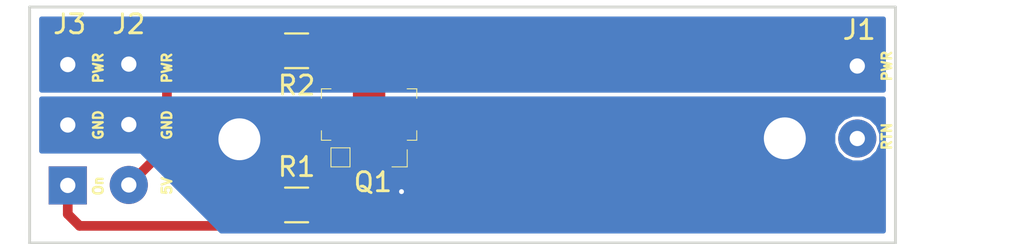
<source format=kicad_pcb>
(kicad_pcb (version 20171130) (host pcbnew "(5.0.2)-1")

  (general
    (thickness 0.8)
    (drawings 12)
    (tracks 18)
    (zones 0)
    (modules 8)
    (nets 8)
  )

  (page A4)
  (title_block
    (title "Wire Cutters")
    (date 2019-12-04)
    (rev 3)
    (company "USU Get Away Special Team")
    (comment 1 "Layout Designer: Nik Clark")
  )

  (layers
    (0 F.Cu signal)
    (31 B.Cu power)
    (33 F.Adhes user)
    (35 F.Paste user)
    (36 B.SilkS user)
    (37 F.SilkS user)
    (39 F.Mask user)
    (40 Dwgs.User user)
    (41 Cmts.User user)
    (42 Eco1.User user)
    (43 Eco2.User user)
    (44 Edge.Cuts user)
    (45 Margin user)
    (46 B.CrtYd user)
    (47 F.CrtYd user)
    (49 F.Fab user)
  )

  (setup
    (last_trace_width 0.1524)
    (user_trace_width 0.1524)
    (user_trace_width 0.254)
    (user_trace_width 0.381)
    (user_trace_width 0.508)
    (user_trace_width 0.8128)
    (user_trace_width 1.27)
    (trace_clearance 0.1524)
    (zone_clearance 0.1524)
    (zone_45_only yes)
    (trace_min 0.1524)
    (segment_width 0.2)
    (edge_width 0.15)
    (via_size 0.6858)
    (via_drill 0.3302)
    (via_min_size 0.508)
    (via_min_drill 0.254)
    (user_via 1.905 0.254)
    (user_via 2.54 0.508)
    (uvia_size 0.6858)
    (uvia_drill 0.3302)
    (uvias_allowed no)
    (uvia_min_size 0.2)
    (uvia_min_drill 0.1)
    (pcb_text_width 0.3)
    (pcb_text_size 1.5 1.5)
    (mod_edge_width 0.15)
    (mod_text_size 1 1)
    (mod_text_width 0.15)
    (pad_size 3 3)
    (pad_drill 2.2)
    (pad_to_mask_clearance 0.051)
    (solder_mask_min_width 0.25)
    (aux_axis_origin 0 0)
    (visible_elements 7FFFF7FF)
    (pcbplotparams
      (layerselection 0x010fc_ffffffff)
      (usegerberextensions false)
      (usegerberattributes false)
      (usegerberadvancedattributes false)
      (creategerberjobfile false)
      (excludeedgelayer true)
      (linewidth 0.100000)
      (plotframeref false)
      (viasonmask false)
      (mode 1)
      (useauxorigin false)
      (hpglpennumber 1)
      (hpglpenspeed 20)
      (hpglpendiameter 15.000000)
      (psnegative false)
      (psa4output false)
      (plotreference true)
      (plotvalue true)
      (plotinvisibletext false)
      (padsonsilk false)
      (subtractmaskfromsilk false)
      (outputformat 1)
      (mirror false)
      (drillshape 1)
      (scaleselection 1)
      (outputdirectory ""))
  )

  (net 0 "")
  (net 1 GND)
  (net 2 "Net-(Q1-Pad1)")
  (net 3 "Net-(Q1-Pad2)")
  (net 4 WC_on)
  (net 5 Batt_Raw)
  (net 6 "Net-(J1-Pad2)")
  (net 7 +5V)

  (net_class Default "This is the default net class."
    (clearance 0.1524)
    (trace_width 0.1524)
    (via_dia 0.6858)
    (via_drill 0.3302)
    (uvia_dia 0.6858)
    (uvia_drill 0.3302)
    (add_net +5V)
    (add_net Batt_Raw)
    (add_net GND)
    (add_net "Net-(J1-Pad2)")
    (add_net "Net-(Q1-Pad1)")
    (add_net "Net-(Q1-Pad2)")
    (add_net WC_on)
  )

  (net_class High_Power ""
    (clearance 0.1524)
    (trace_width 1.5)
    (via_dia 0.6858)
    (via_drill 0.3302)
    (uvia_dia 0.6858)
    (uvia_drill 0.3302)
  )

  (module MountingHole:MountingHole_2.2mm_M2_DIN965 (layer F.Cu) (tedit 5DF1144F) (tstamp 5DF14C00)
    (at 187.6 100.7)
    (descr "Mounting Hole 2.2mm, no annular, M2, DIN965")
    (tags "mounting hole 2.2mm no annular m2 din965")
    (attr virtual)
    (fp_text reference REF** (at 0 -2.9) (layer F.Fab)
      (effects (font (size 1 1) (thickness 0.15)))
    )
    (fp_text value MountingHole_2.2mm_M2_DIN965 (at 0 2.9) (layer F.Fab)
      (effects (font (size 1 1) (thickness 0.15)))
    )
    (fp_text user %R (at 0.3 0) (layer F.Fab)
      (effects (font (size 1 1) (thickness 0.15)))
    )
    (fp_circle (center 0 0) (end 1.9 0) (layer Cmts.User) (width 0.15))
    (fp_circle (center 0 0) (end 2.15 0) (layer F.CrtYd) (width 0.05))
    (pad "" thru_hole circle (at 0 0) (size 3 3) (drill 2.2) (layers *.Cu *.Mask)
      (net 1 GND))
  )

  (module footprints:SOT-89 (layer F.Cu) (tedit 5D7475D5) (tstamp 5DF4BE9C)
    (at 165.8 101.7)
    (path /5DE81C8E)
    (fp_text reference Q1 (at 0.2 1.3) (layer F.SilkS)
      (effects (font (size 1 1) (thickness 0.15)))
    )
    (fp_text value 2SCR293P (at 0 -5.65) (layer F.Fab)
      (effects (font (size 1 1) (thickness 0.15)))
    )
    (fp_line (start -2.5 -4) (end -2.5 0.5) (layer F.CrtYd) (width 0.05))
    (fp_line (start 2.5 -4) (end 2.5 0.5) (layer F.CrtYd) (width 0.05))
    (fp_line (start 2.5 0.5) (end -2.5 0.5) (layer F.CrtYd) (width 0.05))
    (fp_line (start 2.5 -4) (end -2.5 -4) (layer F.CrtYd) (width 0.05))
    (fp_line (start -2.5 -3.6) (end -0.9 -3.6) (layer F.Fab) (width 0.05))
    (fp_line (start 2.5 -3.6) (end 2.5 -0.9) (layer F.Fab) (width 0.05))
    (fp_line (start -2.5 -3.6) (end -2.5 -0.9) (layer F.Fab) (width 0.05))
    (fp_line (start -2.5 -0.9) (end -0.9 -0.9) (layer F.Fab) (width 0.05))
    (fp_line (start -2.5 -3.6) (end -2 -3.6) (layer F.SilkS) (width 0.05))
    (fp_line (start -2 -3.6) (end -2.5 -3.6) (layer F.SilkS) (width 0.05))
    (fp_line (start -2.5 -3.6) (end -2.5 -3.1) (layer F.SilkS) (width 0.05))
    (fp_line (start -2.5 -0.9) (end -2.5 -1.4) (layer F.SilkS) (width 0.05))
    (fp_line (start -2.5 -0.9) (end -2 -0.9) (layer F.SilkS) (width 0.05))
    (fp_line (start 2.5 -0.9) (end 2 -0.9) (layer F.SilkS) (width 0.05))
    (fp_line (start 2.5 -0.9) (end 2.5 -1.4) (layer F.SilkS) (width 0.05))
    (fp_line (start 2.5 -3.6) (end 2.5 -3.1) (layer F.SilkS) (width 0.05))
    (fp_line (start 2.5 -3.6) (end 2 -3.6) (layer F.SilkS) (width 0.05))
    (fp_line (start 2 -3.6) (end 2.5 -3.6) (layer F.SilkS) (width 0.05))
    (fp_line (start 2.5 -3.6) (end 0.9 -3.6) (layer F.Fab) (width 0.05))
    (fp_line (start 2.5 -0.9) (end 0.9 -0.9) (layer F.Fab) (width 0.05))
    (fp_line (start -2 -0.5) (end -1 -0.5) (layer F.SilkS) (width 0.05))
    (fp_line (start -1 -0.5) (end -1 0.5) (layer F.SilkS) (width 0.05))
    (fp_line (start -1 0.5) (end -2 0.5) (layer F.SilkS) (width 0.05))
    (fp_line (start -2 -0.5) (end -2 0.5) (layer F.SilkS) (width 0.05))
    (fp_line (start 1.2 0.5) (end 1.9 0.5) (layer F.SilkS) (width 0.05))
    (fp_line (start 1.9 0.5) (end 2 0.5) (layer F.SilkS) (width 0.05))
    (fp_line (start 2 0.5) (end 2 -0.4) (layer F.SilkS) (width 0.05))
    (pad 1 smd rect (at -1.5 0) (size 0.65 0.75) (layers F.Cu F.Paste F.Mask)
      (net 2 "Net-(Q1-Pad1)"))
    (pad 2 smd rect (at 0 -1.755) (size 1.7 4.3) (layers F.Cu F.Paste F.Mask)
      (net 3 "Net-(Q1-Pad2)"))
    (pad 3 smd rect (at 1.5 0) (size 0.65 0.75) (layers F.Cu F.Paste F.Mask)
      (net 1 GND))
    (model ${KISYS3DMOD}/Package_TO_SOT_SMD.3dshapes/SOT-89-3.step
      (offset (xyz 0 2 0))
      (scale (xyz 1 1 0.7))
      (rotate (xyz 0 0 -90))
    )
  )

  (module Connector_Wire:SolderWirePad_1x02_P3.81mm_Drill0.8mm (layer F.Cu) (tedit 5AEE54BF) (tstamp 5DF4BDFE)
    (at 191.4 96.9 270)
    (descr "Wire solder connection")
    (tags connector)
    (path /5DE8268A)
    (attr virtual)
    (fp_text reference J1 (at -1.9 -0.1) (layer F.SilkS)
      (effects (font (size 1 1) (thickness 0.15)))
    )
    (fp_text value Conn_01x02 (at 1.905 2.54 270) (layer F.Fab)
      (effects (font (size 1 1) (thickness 0.15)))
    )
    (fp_text user %R (at 1.905 0 270) (layer F.Fab)
      (effects (font (size 1 1) (thickness 0.15)))
    )
    (fp_line (start -1.49 -1.5) (end 5.31 -1.5) (layer F.CrtYd) (width 0.05))
    (fp_line (start -1.49 -1.5) (end -1.49 1.5) (layer F.CrtYd) (width 0.05))
    (fp_line (start 5.31 1.5) (end 5.31 -1.5) (layer F.CrtYd) (width 0.05))
    (fp_line (start 5.31 1.5) (end -1.49 1.5) (layer F.CrtYd) (width 0.05))
    (pad 1 thru_hole rect (at 0 0 270) (size 1.99898 1.99898) (drill 0.8001) (layers *.Cu *.Mask)
      (net 5 Batt_Raw))
    (pad 2 thru_hole circle (at 3.81 0 270) (size 1.99898 1.99898) (drill 0.8001) (layers *.Cu *.Mask)
      (net 6 "Net-(J1-Pad2)"))
  )

  (module Connector_Wire:SolderWirePad_1x03_P3.175mm_Drill0.8mm (layer F.Cu) (tedit 5AEE57A0) (tstamp 5DF4BF19)
    (at 153.2 96.8 270)
    (descr "Wire solder connection")
    (tags connector)
    (path /5DE82834)
    (attr virtual)
    (fp_text reference J2 (at -2.1 0 180) (layer F.SilkS)
      (effects (font (size 1 1) (thickness 0.15)))
    )
    (fp_text value Conn_01x03 (at 3.175 2.54 270) (layer F.Fab)
      (effects (font (size 1 1) (thickness 0.15)))
    )
    (fp_line (start 7.85 1.5) (end -1.49 1.5) (layer F.CrtYd) (width 0.05))
    (fp_line (start 7.85 1.5) (end 7.85 -1.5) (layer F.CrtYd) (width 0.05))
    (fp_line (start -1.49 -1.5) (end -1.49 1.5) (layer F.CrtYd) (width 0.05))
    (fp_line (start -1.49 -1.5) (end 7.85 -1.5) (layer F.CrtYd) (width 0.05))
    (fp_text user %R (at 3.175 0 270) (layer F.Fab)
      (effects (font (size 1 1) (thickness 0.15)))
    )
    (pad 3 thru_hole circle (at 6.35 0 270) (size 1.99898 1.99898) (drill 0.8001) (layers *.Cu *.Mask)
      (net 7 +5V))
    (pad 2 thru_hole circle (at 3.175 0 270) (size 1.99898 1.99898) (drill 0.8001) (layers *.Cu *.Mask)
      (net 1 GND))
    (pad 1 thru_hole rect (at 0 0 270) (size 1.99898 1.99898) (drill 0.8001) (layers *.Cu *.Mask)
      (net 5 Batt_Raw))
  )

  (module Connector_Wire:SolderWirePad_1x03_P3.175mm_Drill0.8mm (layer F.Cu) (tedit 5AEE57A0) (tstamp 5DF4BF3A)
    (at 150 103.175 90)
    (descr "Wire solder connection")
    (tags connector)
    (path /5DE827C2)
    (attr virtual)
    (fp_text reference J3 (at 8.475 0.1) (layer F.SilkS)
      (effects (font (size 1 1) (thickness 0.15)))
    )
    (fp_text value Conn_01x03 (at 3.175 2.54 90) (layer F.Fab)
      (effects (font (size 1 1) (thickness 0.15)))
    )
    (fp_text user %R (at 3.175 0 90) (layer F.Fab)
      (effects (font (size 1 1) (thickness 0.15)))
    )
    (fp_line (start -1.49 -1.5) (end 7.85 -1.5) (layer F.CrtYd) (width 0.05))
    (fp_line (start -1.49 -1.5) (end -1.49 1.5) (layer F.CrtYd) (width 0.05))
    (fp_line (start 7.85 1.5) (end 7.85 -1.5) (layer F.CrtYd) (width 0.05))
    (fp_line (start 7.85 1.5) (end -1.49 1.5) (layer F.CrtYd) (width 0.05))
    (pad 1 thru_hole rect (at 0 0 90) (size 1.99898 1.99898) (drill 0.8001) (layers *.Cu *.Mask)
      (net 4 WC_on))
    (pad 2 thru_hole circle (at 3.175 0 90) (size 1.99898 1.99898) (drill 0.8001) (layers *.Cu *.Mask)
      (net 1 GND))
    (pad 3 thru_hole circle (at 6.35 0 90) (size 1.99898 1.99898) (drill 0.8001) (layers *.Cu *.Mask)
      (net 5 Batt_Raw))
  )

  (module Resistor_SMD:R_1206_3216Metric (layer F.Cu) (tedit 5B301BBD) (tstamp 5DF4BDD4)
    (at 162 104.2 180)
    (descr "Resistor SMD 1206 (3216 Metric), square (rectangular) end terminal, IPC_7351 nominal, (Body size source: http://www.tortai-tech.com/upload/download/2011102023233369053.pdf), generated with kicad-footprint-generator")
    (tags resistor)
    (path /5DE8363B)
    (attr smd)
    (fp_text reference R1 (at 0 2 180) (layer F.SilkS)
      (effects (font (size 1 1) (thickness 0.15)))
    )
    (fp_text value 100 (at 0 1.82 180) (layer F.Fab)
      (effects (font (size 1 1) (thickness 0.15)))
    )
    (fp_text user %R (at 0 0 180) (layer F.Fab)
      (effects (font (size 0.8 0.8) (thickness 0.12)))
    )
    (fp_line (start 2.28 1.12) (end -2.28 1.12) (layer F.CrtYd) (width 0.05))
    (fp_line (start 2.28 -1.12) (end 2.28 1.12) (layer F.CrtYd) (width 0.05))
    (fp_line (start -2.28 -1.12) (end 2.28 -1.12) (layer F.CrtYd) (width 0.05))
    (fp_line (start -2.28 1.12) (end -2.28 -1.12) (layer F.CrtYd) (width 0.05))
    (fp_line (start -0.602064 0.91) (end 0.602064 0.91) (layer F.SilkS) (width 0.12))
    (fp_line (start -0.602064 -0.91) (end 0.602064 -0.91) (layer F.SilkS) (width 0.12))
    (fp_line (start 1.6 0.8) (end -1.6 0.8) (layer F.Fab) (width 0.1))
    (fp_line (start 1.6 -0.8) (end 1.6 0.8) (layer F.Fab) (width 0.1))
    (fp_line (start -1.6 -0.8) (end 1.6 -0.8) (layer F.Fab) (width 0.1))
    (fp_line (start -1.6 0.8) (end -1.6 -0.8) (layer F.Fab) (width 0.1))
    (pad 2 smd roundrect (at 1.4 0 180) (size 1.25 1.75) (layers F.Cu F.Paste F.Mask) (roundrect_rratio 0.2)
      (net 4 WC_on))
    (pad 1 smd roundrect (at -1.4 0 180) (size 1.25 1.75) (layers F.Cu F.Paste F.Mask) (roundrect_rratio 0.2)
      (net 2 "Net-(Q1-Pad1)"))
    (model ${KISYS3DMOD}/Resistor_SMD.3dshapes/R_1206_3216Metric.wrl
      (at (xyz 0 0 0))
      (scale (xyz 1 1 1))
      (rotate (xyz 0 0 0))
    )
  )

  (module Resistor_SMD:R_1206_3216Metric (layer F.Cu) (tedit 5B301BBD) (tstamp 5DF4C1E0)
    (at 162 96.1 180)
    (descr "Resistor SMD 1206 (3216 Metric), square (rectangular) end terminal, IPC_7351 nominal, (Body size source: http://www.tortai-tech.com/upload/download/2011102023233369053.pdf), generated with kicad-footprint-generator")
    (tags resistor)
    (path /5DE835EF)
    (attr smd)
    (fp_text reference R2 (at 0 -1.82 180) (layer F.SilkS)
      (effects (font (size 1 1) (thickness 0.15)))
    )
    (fp_text value 10k (at 0 1.82 180) (layer F.Fab)
      (effects (font (size 1 1) (thickness 0.15)))
    )
    (fp_line (start -1.6 0.8) (end -1.6 -0.8) (layer F.Fab) (width 0.1))
    (fp_line (start -1.6 -0.8) (end 1.6 -0.8) (layer F.Fab) (width 0.1))
    (fp_line (start 1.6 -0.8) (end 1.6 0.8) (layer F.Fab) (width 0.1))
    (fp_line (start 1.6 0.8) (end -1.6 0.8) (layer F.Fab) (width 0.1))
    (fp_line (start -0.602064 -0.91) (end 0.602064 -0.91) (layer F.SilkS) (width 0.12))
    (fp_line (start -0.602064 0.91) (end 0.602064 0.91) (layer F.SilkS) (width 0.12))
    (fp_line (start -2.28 1.12) (end -2.28 -1.12) (layer F.CrtYd) (width 0.05))
    (fp_line (start -2.28 -1.12) (end 2.28 -1.12) (layer F.CrtYd) (width 0.05))
    (fp_line (start 2.28 -1.12) (end 2.28 1.12) (layer F.CrtYd) (width 0.05))
    (fp_line (start 2.28 1.12) (end -2.28 1.12) (layer F.CrtYd) (width 0.05))
    (fp_text user %R (at 0 0 180) (layer F.Fab)
      (effects (font (size 0.8 0.8) (thickness 0.12)))
    )
    (pad 1 smd roundrect (at -1.4 0 180) (size 1.25 1.75) (layers F.Cu F.Paste F.Mask) (roundrect_rratio 0.2)
      (net 3 "Net-(Q1-Pad2)"))
    (pad 2 smd roundrect (at 1.4 0 180) (size 1.25 1.75) (layers F.Cu F.Paste F.Mask) (roundrect_rratio 0.2)
      (net 7 +5V))
    (model ${KISYS3DMOD}/Resistor_SMD.3dshapes/R_1206_3216Metric.wrl
      (at (xyz 0 0 0))
      (scale (xyz 1 1 1))
      (rotate (xyz 0 0 0))
    )
  )

  (module MountingHole:MountingHole_2.2mm_M2_DIN965 (layer F.Cu) (tedit 5DF11444) (tstamp 5DF14BB0)
    (at 159 100.75)
    (descr "Mounting Hole 2.2mm, no annular, M2, DIN965")
    (tags "mounting hole 2.2mm no annular m2 din965")
    (attr virtual)
    (fp_text reference REF** (at 0 -2.9) (layer F.Fab)
      (effects (font (size 1 1) (thickness 0.15)))
    )
    (fp_text value MountingHole_2.2mm_M2_DIN965 (at 0 2.9) (layer F.Fab)
      (effects (font (size 1 1) (thickness 0.15)))
    )
    (fp_circle (center 0 0) (end 2.15 0) (layer F.CrtYd) (width 0.05))
    (fp_circle (center 0 0) (end 1.9 0) (layer Cmts.User) (width 0.15))
    (fp_text user %R (at 0.3 0) (layer F.Fab)
      (effects (font (size 1 1) (thickness 0.15)))
    )
    (pad "" thru_hole circle (at 0 0) (size 3 3) (drill 2.2) (layers *.Cu *.Mask)
      (net 1 GND))
  )

  (gr_text RTN (at 192.95 100.6 90) (layer F.SilkS) (tstamp 5DF4D7F7)
    (effects (font (size 0.5 0.5) (thickness 0.125)))
  )
  (gr_text PWR (at 192.95 96.9 90) (layer F.SilkS) (tstamp 5DF4D7F7)
    (effects (font (size 0.5 0.5) (thickness 0.125)))
  )
  (gr_text PWR (at 151.6 97 90) (layer F.SilkS) (tstamp 5DF4D7F7)
    (effects (font (size 0.5 0.5) (thickness 0.125)))
  )
  (gr_text GND (at 151.6 100 90) (layer F.SilkS) (tstamp 5DF4D7F7)
    (effects (font (size 0.5 0.5) (thickness 0.125)))
  )
  (gr_text 5V (at 155.2 103.2 90) (layer F.SilkS) (tstamp 5DF4D7F7)
    (effects (font (size 0.5 0.5) (thickness 0.125)))
  )
  (gr_text On (at 151.6 103.2 90) (layer F.SilkS) (tstamp 5DF4D7F7)
    (effects (font (size 0.5 0.5) (thickness 0.125)))
  )
  (gr_text GND (at 155.2 100 90) (layer F.SilkS) (tstamp 5DF4D7F7)
    (effects (font (size 0.5 0.5) (thickness 0.125)))
  )
  (gr_text PWR (at 155.2 97 90) (layer F.SilkS)
    (effects (font (size 0.5 0.5) (thickness 0.125)))
  )
  (gr_line (start 193.4 93.8) (end 148 93.8) (layer Edge.Cuts) (width 0.15))
  (gr_line (start 193.4 106.2) (end 193.4 93.8) (layer Edge.Cuts) (width 0.15))
  (gr_line (start 148 106.2) (end 193.4 106.2) (layer Edge.Cuts) (width 0.15))
  (gr_line (start 148 93.8) (end 148 106.2) (layer Edge.Cuts) (width 0.15))

  (via (at 167.5 103.5) (size 1.905) (drill 0.254) (layers F.Cu B.Cu) (net 1) (tstamp 5DE87E08))
  (segment (start 167.3 103.3) (end 167.5 103.5) (width 0.508) (layer F.Cu) (net 1))
  (segment (start 167.3 101.7) (end 167.3 103.3) (width 0.508) (layer F.Cu) (net 1) (status 10))
  (segment (start 163.4 102.6) (end 164.3 101.7) (width 0.508) (layer F.Cu) (net 2) (status 20))
  (segment (start 163.4 102.6) (end 163.4 104.2) (width 0.508) (layer F.Cu) (net 2) (status 20))
  (segment (start 165.8 98.645) (end 165.8 99.945) (width 0.508) (layer F.Cu) (net 3) (status 30))
  (segment (start 164.125 96.1) (end 165.312 97.287) (width 0.508) (layer F.Cu) (net 3))
  (segment (start 163.4 96.1) (end 164.125 96.1) (width 0.508) (layer F.Cu) (net 3) (status 10))
  (segment (start 165.8 99.945) (end 165.8 97.287) (width 0.508) (layer F.Cu) (net 3) (status 10))
  (segment (start 165.312 97.287) (end 165.8 97.287) (width 0.508) (layer F.Cu) (net 3))
  (segment (start 159.5 105.3) (end 160.6 104.2) (width 0.508) (layer F.Cu) (net 4) (status 20))
  (segment (start 150.61751 105.3) (end 159.5 105.3) (width 0.508) (layer F.Cu) (net 4))
  (segment (start 150 103.175) (end 150 104.68249) (width 0.508) (layer F.Cu) (net 4) (status 10))
  (segment (start 150 104.68249) (end 150.61751 105.3) (width 0.508) (layer F.Cu) (net 4))
  (segment (start 156.2 96.1) (end 160.6 96.1) (width 0.508) (layer F.Cu) (net 7) (status 20))
  (segment (start 155.2 97.1) (end 156.2 96.1) (width 0.508) (layer F.Cu) (net 7))
  (segment (start 153.2 103.15) (end 155.2 101.15) (width 0.508) (layer F.Cu) (net 7) (status 10))
  (segment (start 155.2 101.15) (end 155.2 97.1) (width 0.508) (layer F.Cu) (net 7))

  (zone (net 0) (net_name "") (layers F&B.Cu) (tstamp 0) (hatch edge 0.508)
    (connect_pads (clearance 0.1524))
    (min_thickness 0.254)
    (keepout (tracks not_allowed) (vias not_allowed) (copperpour not_allowed))
    (fill (arc_segments 16) (thermal_gap 0.508) (thermal_bridge_width 0.508))
    (polygon
      (pts
        (xy 148 106.2) (xy 148 105.8) (xy 193.4 105.8) (xy 193.4 106.2)
      )
    )
  )
  (zone (net 0) (net_name "") (layers F&B.Cu) (tstamp 0) (hatch edge 0.508)
    (connect_pads (clearance 0.1524))
    (min_thickness 0.254)
    (keepout (tracks not_allowed) (vias not_allowed) (copperpour not_allowed))
    (fill (arc_segments 16) (thermal_gap 0.508) (thermal_bridge_width 0.508))
    (polygon
      (pts
        (xy 148 106.2) (xy 148.4 106.2) (xy 148.4 93.8) (xy 148 93.8)
      )
    )
  )
  (zone (net 0) (net_name "") (layers F&B.Cu) (tstamp 0) (hatch edge 0.508)
    (connect_pads (clearance 0.1524))
    (min_thickness 0.254)
    (keepout (tracks not_allowed) (vias not_allowed) (copperpour not_allowed))
    (fill (arc_segments 16) (thermal_gap 0.508) (thermal_bridge_width 0.508))
    (polygon
      (pts
        (xy 148 93.8) (xy 148 94.2) (xy 193.4 94.2) (xy 193.4 93.8)
      )
    )
  )
  (zone (net 0) (net_name "") (layers F&B.Cu) (tstamp 0) (hatch edge 0.508)
    (connect_pads (clearance 0.1524))
    (min_thickness 0.254)
    (keepout (tracks not_allowed) (vias not_allowed) (copperpour not_allowed))
    (fill (arc_segments 16) (thermal_gap 0.508) (thermal_bridge_width 0.508))
    (polygon
      (pts
        (xy 193.4 93.8) (xy 193.4 106.2) (xy 193 106.2) (xy 193 93.8)
      )
    )
  )
  (zone (net 5) (net_name Batt_Raw) (layer B.Cu) (tstamp 0) (hatch edge 0.508)
    (connect_pads yes (clearance 0.1524))
    (min_thickness 0.254)
    (fill yes (arc_segments 16) (thermal_gap 0.508) (thermal_bridge_width 0.508))
    (polygon
      (pts
        (xy 148.5 94.3) (xy 148.5 98.3) (xy 192.6 98.3) (xy 192.9 98.3) (xy 192.9 94.3)
      )
    )
    (filled_polygon
      (pts
        (xy 192.773 98.173) (xy 148.627 98.173) (xy 148.627 94.427) (xy 192.773 94.427)
      )
    )
  )
  (zone (net 1) (net_name GND) (layer B.Cu) (tstamp 0) (hatch edge 0.508)
    (connect_pads yes (clearance 0.1524))
    (min_thickness 0.254)
    (fill yes (arc_segments 16) (thermal_gap 0.508) (thermal_bridge_width 0.508))
    (polygon
      (pts
        (xy 148.5 98.5) (xy 192.9 98.5) (xy 192.9 105.7) (xy 160 105.7) (xy 159 105.7)
        (xy 158 105.7) (xy 153.8 101.5) (xy 148.5 101.5)
      )
    )
    (filled_polygon
      (pts
        (xy 192.773 105.573) (xy 158.052606 105.573) (xy 153.889803 101.410197) (xy 153.848601 101.382667) (xy 153.8 101.373)
        (xy 148.627 101.373) (xy 148.627 100.455613) (xy 190.12111 100.455613) (xy 190.12111 100.964387) (xy 190.315809 101.434433)
        (xy 190.675567 101.794191) (xy 191.145613 101.98889) (xy 191.654387 101.98889) (xy 192.124433 101.794191) (xy 192.484191 101.434433)
        (xy 192.67889 100.964387) (xy 192.67889 100.455613) (xy 192.484191 99.985567) (xy 192.124433 99.625809) (xy 191.654387 99.43111)
        (xy 191.145613 99.43111) (xy 190.675567 99.625809) (xy 190.315809 99.985567) (xy 190.12111 100.455613) (xy 148.627 100.455613)
        (xy 148.627 98.627) (xy 192.773 98.627)
      )
    )
  )
)

</source>
